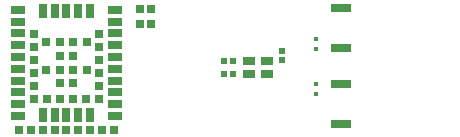
<source format=gtp>
G04*
G04 #@! TF.GenerationSoftware,Altium Limited,Altium Designer,21.6.4 (81)*
G04*
G04 Layer_Color=8421504*
%FSLAX44Y44*%
%MOMM*%
G71*
G04*
G04 #@! TF.SameCoordinates,F90923F9-7617-4D74-A59D-B478042C8B54*
G04*
G04*
G04 #@! TF.FilePolarity,Positive*
G04*
G01*
G75*
%ADD15R,1.0000X0.8000*%
%ADD16R,1.1500X0.7000*%
%ADD17R,0.7000X1.1500*%
%ADD18R,0.7000X0.7000*%
%ADD19R,0.7000X0.7000*%
%ADD20R,0.7800X0.7400*%
%ADD21C,0.0100*%
%ADD22R,1.7000X0.8000*%
%ADD23R,0.5200X0.5500*%
%ADD24R,0.5500X0.5200*%
%ADD25R,0.3500X0.3600*%
D15*
X226448Y133262D02*
D03*
X211448D02*
D03*
Y122262D02*
D03*
X226448D02*
D03*
D16*
X98250Y86750D02*
D03*
Y96750D02*
D03*
Y106750D02*
D03*
Y116750D02*
D03*
Y126750D02*
D03*
Y136750D02*
D03*
Y146750D02*
D03*
Y156750D02*
D03*
Y166750D02*
D03*
Y176750D02*
D03*
X15750D02*
D03*
Y166750D02*
D03*
Y156750D02*
D03*
Y146750D02*
D03*
Y136750D02*
D03*
Y126750D02*
D03*
Y116750D02*
D03*
Y106750D02*
D03*
Y96750D02*
D03*
Y86750D02*
D03*
D17*
X37000Y176000D02*
D03*
X47000D02*
D03*
X57000D02*
D03*
X67000D02*
D03*
X77000D02*
D03*
Y87500D02*
D03*
X67000D02*
D03*
X57000D02*
D03*
X47000D02*
D03*
X37000D02*
D03*
D18*
X74250Y149000D02*
D03*
X62750D02*
D03*
X51250D02*
D03*
X39750D02*
D03*
Y126000D02*
D03*
X51250Y137500D02*
D03*
X62750D02*
D03*
Y114500D02*
D03*
X74250Y126000D02*
D03*
X62750D02*
D03*
X51250D02*
D03*
Y114500D02*
D03*
D19*
X84500Y101250D02*
D03*
Y112250D02*
D03*
Y123250D02*
D03*
Y134250D02*
D03*
Y145250D02*
D03*
Y156250D02*
D03*
X29500D02*
D03*
Y145250D02*
D03*
Y134250D02*
D03*
Y123250D02*
D03*
Y112250D02*
D03*
Y101250D02*
D03*
X40500D02*
D03*
X51500D02*
D03*
X62500D02*
D03*
X73500D02*
D03*
X17000Y75250D02*
D03*
X27000D02*
D03*
X37000D02*
D03*
X47000D02*
D03*
X57000D02*
D03*
X67000D02*
D03*
X77000D02*
D03*
X87000D02*
D03*
X97000D02*
D03*
D20*
X119100Y165000D02*
D03*
X128900D02*
D03*
X128800Y177000D02*
D03*
X119000D02*
D03*
D21*
X368650Y102300D02*
D03*
X381350D02*
D03*
X368650Y89600D02*
D03*
X381350D02*
D03*
X368650Y76900D02*
D03*
X381350D02*
D03*
D22*
X289000Y144000D02*
D03*
Y178000D02*
D03*
Y114000D02*
D03*
Y80000D02*
D03*
D23*
X198056Y122174D02*
D03*
X190056D02*
D03*
X198000Y133000D02*
D03*
X190000D02*
D03*
D24*
X239776Y134176D02*
D03*
Y142176D02*
D03*
D25*
X268000Y152200D02*
D03*
Y143800D02*
D03*
X268000Y105800D02*
D03*
Y114200D02*
D03*
M02*

</source>
